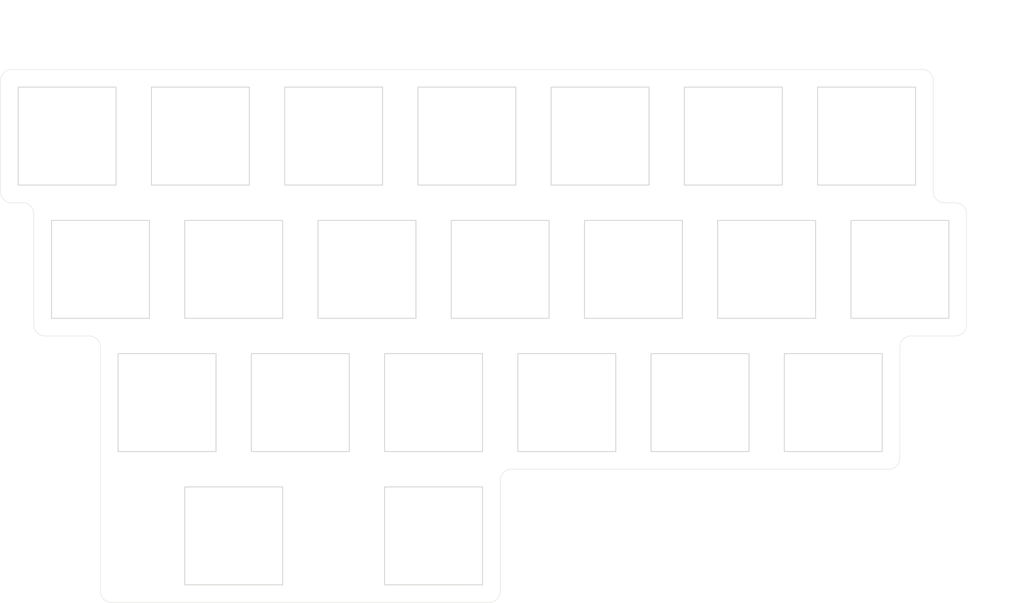
<source format=kicad_pcb>
(kicad_pcb (version 20171130) (host pcbnew "(5.1.10-1-10_14)")

  (general
    (thickness 1.6)
    (drawings 30)
    (tracks 0)
    (zones 0)
    (modules 23)
    (nets 1)
  )

  (page A4)
  (layers
    (0 F.Cu signal)
    (31 B.Cu signal)
    (32 B.Adhes user)
    (33 F.Adhes user)
    (34 B.Paste user)
    (35 F.Paste user)
    (36 B.SilkS user)
    (37 F.SilkS user)
    (38 B.Mask user)
    (39 F.Mask user)
    (40 Dwgs.User user)
    (41 Cmts.User user)
    (42 Eco1.User user)
    (43 Eco2.User user)
    (44 Edge.Cuts user)
    (45 Margin user)
    (46 B.CrtYd user)
    (47 F.CrtYd user)
    (48 B.Fab user)
    (49 F.Fab user)
  )

  (setup
    (last_trace_width 0.25)
    (trace_clearance 0.2)
    (zone_clearance 0.508)
    (zone_45_only no)
    (trace_min 0.2)
    (via_size 0.8)
    (via_drill 0.4)
    (via_min_size 0.4)
    (via_min_drill 0.3)
    (uvia_size 0.3)
    (uvia_drill 0.1)
    (uvias_allowed no)
    (uvia_min_size 0.2)
    (uvia_min_drill 0.1)
    (edge_width 0.05)
    (segment_width 0.2)
    (pcb_text_width 0.3)
    (pcb_text_size 1.5 1.5)
    (mod_edge_width 0.12)
    (mod_text_size 1 1)
    (mod_text_width 0.15)
    (pad_size 1.524 1.524)
    (pad_drill 0.762)
    (pad_to_mask_clearance 0)
    (aux_axis_origin 0 0)
    (visible_elements FFFFFF7F)
    (pcbplotparams
      (layerselection 0x010f0_ffffffff)
      (usegerberextensions true)
      (usegerberattributes false)
      (usegerberadvancedattributes false)
      (creategerberjobfile false)
      (excludeedgelayer true)
      (linewidth 0.100000)
      (plotframeref false)
      (viasonmask false)
      (mode 1)
      (useauxorigin false)
      (hpglpennumber 1)
      (hpglpenspeed 20)
      (hpglpendiameter 15.000000)
      (psnegative false)
      (psa4output false)
      (plotreference true)
      (plotvalue true)
      (plotinvisibletext false)
      (padsonsilk false)
      (subtractmaskfromsilk true)
      (outputformat 1)
      (mirror false)
      (drillshape 0)
      (scaleselection 1)
      (outputdirectory "../../gerbers/WTL-Split-Plates-Right-Top/"))
  )

  (net 0 "")

  (net_class Default "This is the default net class."
    (clearance 0.2)
    (trace_width 0.25)
    (via_dia 0.8)
    (via_drill 0.4)
    (uvia_dia 0.3)
    (uvia_drill 0.1)
  )

  (module kbd:SW_Hole (layer F.Cu) (tedit 5F1B7F65) (tstamp 613D0800)
    (at 151.60625 138.1125)
    (fp_text reference SW2 (at 7 8.1) (layer F.SilkS) hide
      (effects (font (size 1 1) (thickness 0.15)))
    )
    (fp_text value KEY_SWITCH (at -7.4 -8.1) (layer F.Fab) hide
      (effects (font (size 1 1) (thickness 0.15)))
    )
    (fp_line (start 9.525 9.525) (end 9.525 -9.525) (layer F.Fab) (width 0.15))
    (fp_line (start -9.525 9.525) (end 9.525 9.525) (layer F.Fab) (width 0.15))
    (fp_line (start -9.525 -9.525) (end -9.525 9.525) (layer F.Fab) (width 0.15))
    (fp_line (start 9.525 -9.525) (end -9.525 -9.525) (layer F.Fab) (width 0.15))
    (fp_line (start -7 -7) (end -7 7) (layer Edge.Cuts) (width 0.12))
    (fp_line (start -7 7) (end 7 7) (layer Edge.Cuts) (width 0.12))
    (fp_line (start 7 7) (end 7 -7) (layer Edge.Cuts) (width 0.12))
    (fp_line (start 7 -7) (end -7 -7) (layer Edge.Cuts) (width 0.12))
  )

  (module kbd:SW_Hole (layer F.Cu) (tedit 5F1B7F65) (tstamp 613D06F8)
    (at 180.18125 138.1125)
    (fp_text reference SW2 (at 7 8.1) (layer F.SilkS) hide
      (effects (font (size 1 1) (thickness 0.15)))
    )
    (fp_text value KEY_SWITCH (at -7.4 -8.1) (layer F.Fab) hide
      (effects (font (size 1 1) (thickness 0.15)))
    )
    (fp_line (start 9.525 9.525) (end 9.525 -9.525) (layer F.Fab) (width 0.15))
    (fp_line (start -9.525 9.525) (end 9.525 9.525) (layer F.Fab) (width 0.15))
    (fp_line (start -9.525 -9.525) (end -9.525 9.525) (layer F.Fab) (width 0.15))
    (fp_line (start 9.525 -9.525) (end -9.525 -9.525) (layer F.Fab) (width 0.15))
    (fp_line (start -7 -7) (end -7 7) (layer Edge.Cuts) (width 0.12))
    (fp_line (start -7 7) (end 7 7) (layer Edge.Cuts) (width 0.12))
    (fp_line (start 7 7) (end 7 -7) (layer Edge.Cuts) (width 0.12))
    (fp_line (start 7 -7) (end -7 -7) (layer Edge.Cuts) (width 0.12))
  )

  (module Keebio-Parts:MX_Stabilizer_Cutout-2u (layer F.Cu) (tedit 59618178) (tstamp 613D0619)
    (at 151.60625 138.1125)
    (fp_text reference REF** (at 0.25 10.05) (layer Eco2.User) hide
      (effects (font (size 1 1) (thickness 0.15)))
    )
    (fp_text value MX_Stabilizer_Cutout-2u (at 0 -15.24) (layer F.Fab) hide
      (effects (font (size 1 1) (thickness 0.15)))
    )
    (fp_line (start -19 -9.5) (end 19 -9.5) (layer Dwgs.User) (width 0.15))
    (fp_line (start -19 9.5) (end -19 -9.5) (layer Dwgs.User) (width 0.15))
    (fp_line (start 19 9.5) (end -19 9.5) (layer Dwgs.User) (width 0.15))
    (fp_line (start 19 -9.5) (end 19 9.5) (layer Dwgs.User) (width 0.15))
    (pad "" np_thru_hole oval (at -11.938 7.7724) (size 3.048 0.3048) (drill oval 3.048 0.3048) (layers *.Cu *.Mask))
    (pad "" np_thru_hole oval (at -10.5664 7.112) (size 0.3048 1.4732) (drill oval 0.3048 1.4732) (layers *.Cu *.Mask))
    (pad "" np_thru_hole oval (at -13.3096 7.112) (size 0.3048 1.4732) (drill oval 0.3048 1.4732) (layers *.Cu *.Mask))
    (pad "" np_thru_hole oval (at -15.5448 0.3556) (size 1.1684 0.3048) (drill oval 1.1684 0.3048) (layers *.Cu *.Mask))
    (pad "" np_thru_hole oval (at -11.938 6.4516) (size 6.6548 0.3048) (drill oval 6.6548 0.3048) (layers *.Cu *.Mask))
    (pad "" np_thru_hole oval (at -8.763 0.4572) (size 0.3048 12.2936) (drill oval 0.3048 12.2936) (layers *.Cu *.Mask))
    (pad "" np_thru_hole oval (at -15.113 0.4572) (size 0.3048 12.2936) (drill oval 0.3048 12.2936) (layers *.Cu *.Mask))
    (pad "" np_thru_hole oval (at -15.9766 -0.889) (size 0.3048 2.794) (drill oval 0.3048 2.794) (layers *.Cu *.Mask))
    (pad "" np_thru_hole oval (at -15.5448 -2.1336) (size 1.1684 0.3048) (drill oval 1.1684 0.3048) (layers *.Cu *.Mask))
    (pad "" np_thru_hole oval (at -11.938 -5.5372) (size 6.6548 0.3048) (drill oval 6.6548 0.3048) (layers *.Cu *.Mask))
    (pad "" np_thru_hole oval (at 15.5448 0.3556) (size 1.1684 0.3048) (drill oval 1.1684 0.3048) (layers *.Cu *.Mask))
    (pad "" np_thru_hole oval (at 13.3096 7.112) (size 0.3048 1.4732) (drill oval 0.3048 1.4732) (layers *.Cu *.Mask))
    (pad "" np_thru_hole oval (at 15.5448 -2.1336) (size 1.1684 0.3048) (drill oval 1.1684 0.3048) (layers *.Cu *.Mask))
    (pad "" np_thru_hole oval (at 10.5664 7.112) (size 0.3048 1.4732) (drill oval 0.3048 1.4732) (layers *.Cu *.Mask))
    (pad "" np_thru_hole oval (at 15.9766 -0.889) (size 0.3048 2.794) (drill oval 0.3048 2.794) (layers *.Cu *.Mask))
    (pad "" np_thru_hole oval (at 15.113 0.4572) (size 0.3048 12.2936) (drill oval 0.3048 12.2936) (layers *.Cu *.Mask))
    (pad "" np_thru_hole oval (at 11.938 6.4516) (size 6.6548 0.3048) (drill oval 6.6548 0.3048) (layers *.Cu *.Mask))
    (pad "" np_thru_hole oval (at 8.763 0.4572) (size 0.3048 12.2936) (drill oval 0.3048 12.2936) (layers *.Cu *.Mask))
    (pad "" np_thru_hole oval (at 11.938 -5.5372) (size 6.6548 0.3048) (drill oval 6.6548 0.3048) (layers *.Cu *.Mask))
    (pad "" np_thru_hole oval (at 11.938 7.7724) (size 3.048 0.3048) (drill oval 3.048 0.3048) (layers *.Cu *.Mask))
  )

  (module kbd:SW_Hole (layer F.Cu) (tedit 5F1B7F65) (tstamp 613CFE5F)
    (at 218.28125 119.0625)
    (fp_text reference SW2 (at 7 8.1) (layer F.SilkS) hide
      (effects (font (size 1 1) (thickness 0.15)))
    )
    (fp_text value KEY_SWITCH (at -7.4 -8.1) (layer F.Fab) hide
      (effects (font (size 1 1) (thickness 0.15)))
    )
    (fp_line (start 9.525 9.525) (end 9.525 -9.525) (layer F.Fab) (width 0.15))
    (fp_line (start -9.525 9.525) (end 9.525 9.525) (layer F.Fab) (width 0.15))
    (fp_line (start -9.525 -9.525) (end -9.525 9.525) (layer F.Fab) (width 0.15))
    (fp_line (start 9.525 -9.525) (end -9.525 -9.525) (layer F.Fab) (width 0.15))
    (fp_line (start -7 -7) (end -7 7) (layer Edge.Cuts) (width 0.12))
    (fp_line (start -7 7) (end 7 7) (layer Edge.Cuts) (width 0.12))
    (fp_line (start 7 7) (end 7 -7) (layer Edge.Cuts) (width 0.12))
    (fp_line (start 7 -7) (end -7 -7) (layer Edge.Cuts) (width 0.12))
  )

  (module kbd:SW_Hole (layer F.Cu) (tedit 5F1B7F65) (tstamp 613CFE54)
    (at 199.23125 119.0625)
    (fp_text reference SW2 (at 7 8.1) (layer F.SilkS) hide
      (effects (font (size 1 1) (thickness 0.15)))
    )
    (fp_text value KEY_SWITCH (at -7.4 -8.1) (layer F.Fab) hide
      (effects (font (size 1 1) (thickness 0.15)))
    )
    (fp_line (start 9.525 9.525) (end 9.525 -9.525) (layer F.Fab) (width 0.15))
    (fp_line (start -9.525 9.525) (end 9.525 9.525) (layer F.Fab) (width 0.15))
    (fp_line (start -9.525 -9.525) (end -9.525 9.525) (layer F.Fab) (width 0.15))
    (fp_line (start 9.525 -9.525) (end -9.525 -9.525) (layer F.Fab) (width 0.15))
    (fp_line (start -7 -7) (end -7 7) (layer Edge.Cuts) (width 0.12))
    (fp_line (start -7 7) (end 7 7) (layer Edge.Cuts) (width 0.12))
    (fp_line (start 7 7) (end 7 -7) (layer Edge.Cuts) (width 0.12))
    (fp_line (start 7 -7) (end -7 -7) (layer Edge.Cuts) (width 0.12))
  )

  (module kbd:SW_Hole (layer F.Cu) (tedit 5F1B7F65) (tstamp 613CFE3E)
    (at 237.33125 119.0625)
    (fp_text reference SW2 (at 7 8.1) (layer F.SilkS) hide
      (effects (font (size 1 1) (thickness 0.15)))
    )
    (fp_text value KEY_SWITCH (at -7.4 -8.1) (layer F.Fab) hide
      (effects (font (size 1 1) (thickness 0.15)))
    )
    (fp_line (start 9.525 9.525) (end 9.525 -9.525) (layer F.Fab) (width 0.15))
    (fp_line (start -9.525 9.525) (end 9.525 9.525) (layer F.Fab) (width 0.15))
    (fp_line (start -9.525 -9.525) (end -9.525 9.525) (layer F.Fab) (width 0.15))
    (fp_line (start 9.525 -9.525) (end -9.525 -9.525) (layer F.Fab) (width 0.15))
    (fp_line (start -7 -7) (end -7 7) (layer Edge.Cuts) (width 0.12))
    (fp_line (start -7 7) (end 7 7) (layer Edge.Cuts) (width 0.12))
    (fp_line (start 7 7) (end 7 -7) (layer Edge.Cuts) (width 0.12))
    (fp_line (start 7 -7) (end -7 -7) (layer Edge.Cuts) (width 0.12))
  )

  (module kbd:SW_Hole (layer F.Cu) (tedit 5F1B7F65) (tstamp 613CFE33)
    (at 180.18125 119.0625)
    (fp_text reference SW2 (at 7 8.1) (layer F.SilkS) hide
      (effects (font (size 1 1) (thickness 0.15)))
    )
    (fp_text value KEY_SWITCH (at -7.4 -8.1) (layer F.Fab) hide
      (effects (font (size 1 1) (thickness 0.15)))
    )
    (fp_line (start 9.525 9.525) (end 9.525 -9.525) (layer F.Fab) (width 0.15))
    (fp_line (start -9.525 9.525) (end 9.525 9.525) (layer F.Fab) (width 0.15))
    (fp_line (start -9.525 -9.525) (end -9.525 9.525) (layer F.Fab) (width 0.15))
    (fp_line (start 9.525 -9.525) (end -9.525 -9.525) (layer F.Fab) (width 0.15))
    (fp_line (start -7 -7) (end -7 7) (layer Edge.Cuts) (width 0.12))
    (fp_line (start -7 7) (end 7 7) (layer Edge.Cuts) (width 0.12))
    (fp_line (start 7 7) (end 7 -7) (layer Edge.Cuts) (width 0.12))
    (fp_line (start 7 -7) (end -7 -7) (layer Edge.Cuts) (width 0.12))
  )

  (module kbd:SW_Hole (layer F.Cu) (tedit 5F1B7F65) (tstamp 613CFE28)
    (at 142.08125 119.0625)
    (fp_text reference SW2 (at 7 8.1) (layer F.SilkS) hide
      (effects (font (size 1 1) (thickness 0.15)))
    )
    (fp_text value KEY_SWITCH (at -7.4 -8.1) (layer F.Fab) hide
      (effects (font (size 1 1) (thickness 0.15)))
    )
    (fp_line (start 9.525 9.525) (end 9.525 -9.525) (layer F.Fab) (width 0.15))
    (fp_line (start -9.525 9.525) (end 9.525 9.525) (layer F.Fab) (width 0.15))
    (fp_line (start -9.525 -9.525) (end -9.525 9.525) (layer F.Fab) (width 0.15))
    (fp_line (start 9.525 -9.525) (end -9.525 -9.525) (layer F.Fab) (width 0.15))
    (fp_line (start -7 -7) (end -7 7) (layer Edge.Cuts) (width 0.12))
    (fp_line (start -7 7) (end 7 7) (layer Edge.Cuts) (width 0.12))
    (fp_line (start 7 7) (end 7 -7) (layer Edge.Cuts) (width 0.12))
    (fp_line (start 7 -7) (end -7 -7) (layer Edge.Cuts) (width 0.12))
  )

  (module kbd:SW_Hole (layer F.Cu) (tedit 5F1B7F65) (tstamp 613CFE1D)
    (at 161.13125 119.0625)
    (fp_text reference SW2 (at 7 8.1) (layer F.SilkS) hide
      (effects (font (size 1 1) (thickness 0.15)))
    )
    (fp_text value KEY_SWITCH (at -7.4 -8.1) (layer F.Fab) hide
      (effects (font (size 1 1) (thickness 0.15)))
    )
    (fp_line (start 9.525 9.525) (end 9.525 -9.525) (layer F.Fab) (width 0.15))
    (fp_line (start -9.525 9.525) (end 9.525 9.525) (layer F.Fab) (width 0.15))
    (fp_line (start -9.525 -9.525) (end -9.525 9.525) (layer F.Fab) (width 0.15))
    (fp_line (start 9.525 -9.525) (end -9.525 -9.525) (layer F.Fab) (width 0.15))
    (fp_line (start -7 -7) (end -7 7) (layer Edge.Cuts) (width 0.12))
    (fp_line (start -7 7) (end 7 7) (layer Edge.Cuts) (width 0.12))
    (fp_line (start 7 7) (end 7 -7) (layer Edge.Cuts) (width 0.12))
    (fp_line (start 7 -7) (end -7 -7) (layer Edge.Cuts) (width 0.12))
  )

  (module kbd:SW_Hole (layer F.Cu) (tedit 5F1B7F65) (tstamp 613CFE5F)
    (at 208.75625 100.0125)
    (fp_text reference SW2 (at 7 8.1) (layer F.SilkS) hide
      (effects (font (size 1 1) (thickness 0.15)))
    )
    (fp_text value KEY_SWITCH (at -7.4 -8.1) (layer F.Fab) hide
      (effects (font (size 1 1) (thickness 0.15)))
    )
    (fp_line (start 9.525 9.525) (end 9.525 -9.525) (layer F.Fab) (width 0.15))
    (fp_line (start -9.525 9.525) (end 9.525 9.525) (layer F.Fab) (width 0.15))
    (fp_line (start -9.525 -9.525) (end -9.525 9.525) (layer F.Fab) (width 0.15))
    (fp_line (start 9.525 -9.525) (end -9.525 -9.525) (layer F.Fab) (width 0.15))
    (fp_line (start -7 -7) (end -7 7) (layer Edge.Cuts) (width 0.12))
    (fp_line (start -7 7) (end 7 7) (layer Edge.Cuts) (width 0.12))
    (fp_line (start 7 7) (end 7 -7) (layer Edge.Cuts) (width 0.12))
    (fp_line (start 7 -7) (end -7 -7) (layer Edge.Cuts) (width 0.12))
  )

  (module kbd:SW_Hole (layer F.Cu) (tedit 5F1B7F65) (tstamp 613CFE54)
    (at 189.70625 100.0125)
    (fp_text reference SW2 (at 7 8.1) (layer F.SilkS) hide
      (effects (font (size 1 1) (thickness 0.15)))
    )
    (fp_text value KEY_SWITCH (at -7.4 -8.1) (layer F.Fab) hide
      (effects (font (size 1 1) (thickness 0.15)))
    )
    (fp_line (start 9.525 9.525) (end 9.525 -9.525) (layer F.Fab) (width 0.15))
    (fp_line (start -9.525 9.525) (end 9.525 9.525) (layer F.Fab) (width 0.15))
    (fp_line (start -9.525 -9.525) (end -9.525 9.525) (layer F.Fab) (width 0.15))
    (fp_line (start 9.525 -9.525) (end -9.525 -9.525) (layer F.Fab) (width 0.15))
    (fp_line (start -7 -7) (end -7 7) (layer Edge.Cuts) (width 0.12))
    (fp_line (start -7 7) (end 7 7) (layer Edge.Cuts) (width 0.12))
    (fp_line (start 7 7) (end 7 -7) (layer Edge.Cuts) (width 0.12))
    (fp_line (start 7 -7) (end -7 -7) (layer Edge.Cuts) (width 0.12))
  )

  (module kbd:SW_Hole (layer F.Cu) (tedit 5F1B7F65) (tstamp 613CFE49)
    (at 246.85625 100.0125)
    (fp_text reference SW2 (at 7 8.1) (layer F.SilkS) hide
      (effects (font (size 1 1) (thickness 0.15)))
    )
    (fp_text value KEY_SWITCH (at -7.4 -8.1) (layer F.Fab) hide
      (effects (font (size 1 1) (thickness 0.15)))
    )
    (fp_line (start 9.525 9.525) (end 9.525 -9.525) (layer F.Fab) (width 0.15))
    (fp_line (start -9.525 9.525) (end 9.525 9.525) (layer F.Fab) (width 0.15))
    (fp_line (start -9.525 -9.525) (end -9.525 9.525) (layer F.Fab) (width 0.15))
    (fp_line (start 9.525 -9.525) (end -9.525 -9.525) (layer F.Fab) (width 0.15))
    (fp_line (start -7 -7) (end -7 7) (layer Edge.Cuts) (width 0.12))
    (fp_line (start -7 7) (end 7 7) (layer Edge.Cuts) (width 0.12))
    (fp_line (start 7 7) (end 7 -7) (layer Edge.Cuts) (width 0.12))
    (fp_line (start 7 -7) (end -7 -7) (layer Edge.Cuts) (width 0.12))
  )

  (module kbd:SW_Hole (layer F.Cu) (tedit 5F1B7F65) (tstamp 613CFE3E)
    (at 227.80625 100.0125)
    (fp_text reference SW2 (at 7 8.1) (layer F.SilkS) hide
      (effects (font (size 1 1) (thickness 0.15)))
    )
    (fp_text value KEY_SWITCH (at -7.4 -8.1) (layer F.Fab) hide
      (effects (font (size 1 1) (thickness 0.15)))
    )
    (fp_line (start 9.525 9.525) (end 9.525 -9.525) (layer F.Fab) (width 0.15))
    (fp_line (start -9.525 9.525) (end 9.525 9.525) (layer F.Fab) (width 0.15))
    (fp_line (start -9.525 -9.525) (end -9.525 9.525) (layer F.Fab) (width 0.15))
    (fp_line (start 9.525 -9.525) (end -9.525 -9.525) (layer F.Fab) (width 0.15))
    (fp_line (start -7 -7) (end -7 7) (layer Edge.Cuts) (width 0.12))
    (fp_line (start -7 7) (end 7 7) (layer Edge.Cuts) (width 0.12))
    (fp_line (start 7 7) (end 7 -7) (layer Edge.Cuts) (width 0.12))
    (fp_line (start 7 -7) (end -7 -7) (layer Edge.Cuts) (width 0.12))
  )

  (module kbd:SW_Hole (layer F.Cu) (tedit 5F1B7F65) (tstamp 613CFE33)
    (at 170.65625 100.0125)
    (fp_text reference SW2 (at 7 8.1) (layer F.SilkS) hide
      (effects (font (size 1 1) (thickness 0.15)))
    )
    (fp_text value KEY_SWITCH (at -7.4 -8.1) (layer F.Fab) hide
      (effects (font (size 1 1) (thickness 0.15)))
    )
    (fp_line (start 9.525 9.525) (end 9.525 -9.525) (layer F.Fab) (width 0.15))
    (fp_line (start -9.525 9.525) (end 9.525 9.525) (layer F.Fab) (width 0.15))
    (fp_line (start -9.525 -9.525) (end -9.525 9.525) (layer F.Fab) (width 0.15))
    (fp_line (start 9.525 -9.525) (end -9.525 -9.525) (layer F.Fab) (width 0.15))
    (fp_line (start -7 -7) (end -7 7) (layer Edge.Cuts) (width 0.12))
    (fp_line (start -7 7) (end 7 7) (layer Edge.Cuts) (width 0.12))
    (fp_line (start 7 7) (end 7 -7) (layer Edge.Cuts) (width 0.12))
    (fp_line (start 7 -7) (end -7 -7) (layer Edge.Cuts) (width 0.12))
  )

  (module kbd:SW_Hole (layer F.Cu) (tedit 5F1B7F65) (tstamp 613CFE28)
    (at 132.55625 100.0125)
    (fp_text reference SW2 (at 7 8.1) (layer F.SilkS) hide
      (effects (font (size 1 1) (thickness 0.15)))
    )
    (fp_text value KEY_SWITCH (at -7.4 -8.1) (layer F.Fab) hide
      (effects (font (size 1 1) (thickness 0.15)))
    )
    (fp_line (start 9.525 9.525) (end 9.525 -9.525) (layer F.Fab) (width 0.15))
    (fp_line (start -9.525 9.525) (end 9.525 9.525) (layer F.Fab) (width 0.15))
    (fp_line (start -9.525 -9.525) (end -9.525 9.525) (layer F.Fab) (width 0.15))
    (fp_line (start 9.525 -9.525) (end -9.525 -9.525) (layer F.Fab) (width 0.15))
    (fp_line (start -7 -7) (end -7 7) (layer Edge.Cuts) (width 0.12))
    (fp_line (start -7 7) (end 7 7) (layer Edge.Cuts) (width 0.12))
    (fp_line (start 7 7) (end 7 -7) (layer Edge.Cuts) (width 0.12))
    (fp_line (start 7 -7) (end -7 -7) (layer Edge.Cuts) (width 0.12))
  )

  (module kbd:SW_Hole (layer F.Cu) (tedit 5F1B7F65) (tstamp 613CFE1D)
    (at 151.60625 100.0125)
    (fp_text reference SW2 (at 7 8.1) (layer F.SilkS) hide
      (effects (font (size 1 1) (thickness 0.15)))
    )
    (fp_text value KEY_SWITCH (at -7.4 -8.1) (layer F.Fab) hide
      (effects (font (size 1 1) (thickness 0.15)))
    )
    (fp_line (start 9.525 9.525) (end 9.525 -9.525) (layer F.Fab) (width 0.15))
    (fp_line (start -9.525 9.525) (end 9.525 9.525) (layer F.Fab) (width 0.15))
    (fp_line (start -9.525 -9.525) (end -9.525 9.525) (layer F.Fab) (width 0.15))
    (fp_line (start 9.525 -9.525) (end -9.525 -9.525) (layer F.Fab) (width 0.15))
    (fp_line (start -7 -7) (end -7 7) (layer Edge.Cuts) (width 0.12))
    (fp_line (start -7 7) (end 7 7) (layer Edge.Cuts) (width 0.12))
    (fp_line (start 7 7) (end 7 -7) (layer Edge.Cuts) (width 0.12))
    (fp_line (start 7 -7) (end -7 -7) (layer Edge.Cuts) (width 0.12))
  )

  (module kbd:SW_Hole (layer F.Cu) (tedit 5F1B7F65) (tstamp 613CFDD2)
    (at 242.09375 80.9625)
    (fp_text reference SW2 (at 7 8.1) (layer F.SilkS) hide
      (effects (font (size 1 1) (thickness 0.15)))
    )
    (fp_text value KEY_SWITCH (at -7.4 -8.1) (layer F.Fab) hide
      (effects (font (size 1 1) (thickness 0.15)))
    )
    (fp_line (start 9.525 9.525) (end 9.525 -9.525) (layer F.Fab) (width 0.15))
    (fp_line (start -9.525 9.525) (end 9.525 9.525) (layer F.Fab) (width 0.15))
    (fp_line (start -9.525 -9.525) (end -9.525 9.525) (layer F.Fab) (width 0.15))
    (fp_line (start 9.525 -9.525) (end -9.525 -9.525) (layer F.Fab) (width 0.15))
    (fp_line (start -7 -7) (end -7 7) (layer Edge.Cuts) (width 0.12))
    (fp_line (start -7 7) (end 7 7) (layer Edge.Cuts) (width 0.12))
    (fp_line (start 7 7) (end 7 -7) (layer Edge.Cuts) (width 0.12))
    (fp_line (start 7 -7) (end -7 -7) (layer Edge.Cuts) (width 0.12))
  )

  (module kbd:SW_Hole (layer F.Cu) (tedit 5F1B7F65) (tstamp 613CFDC7)
    (at 223.04375 80.9625)
    (fp_text reference SW2 (at 7 8.1) (layer F.SilkS) hide
      (effects (font (size 1 1) (thickness 0.15)))
    )
    (fp_text value KEY_SWITCH (at -7.4 -8.1) (layer F.Fab) hide
      (effects (font (size 1 1) (thickness 0.15)))
    )
    (fp_line (start 9.525 9.525) (end 9.525 -9.525) (layer F.Fab) (width 0.15))
    (fp_line (start -9.525 9.525) (end 9.525 9.525) (layer F.Fab) (width 0.15))
    (fp_line (start -9.525 -9.525) (end -9.525 9.525) (layer F.Fab) (width 0.15))
    (fp_line (start 9.525 -9.525) (end -9.525 -9.525) (layer F.Fab) (width 0.15))
    (fp_line (start -7 -7) (end -7 7) (layer Edge.Cuts) (width 0.12))
    (fp_line (start -7 7) (end 7 7) (layer Edge.Cuts) (width 0.12))
    (fp_line (start 7 7) (end 7 -7) (layer Edge.Cuts) (width 0.12))
    (fp_line (start 7 -7) (end -7 -7) (layer Edge.Cuts) (width 0.12))
  )

  (module kbd:SW_Hole (layer F.Cu) (tedit 5F1B7F65) (tstamp 613CFDD2)
    (at 203.99375 80.9625)
    (fp_text reference SW2 (at 7 8.1) (layer F.SilkS) hide
      (effects (font (size 1 1) (thickness 0.15)))
    )
    (fp_text value KEY_SWITCH (at -7.4 -8.1) (layer F.Fab) hide
      (effects (font (size 1 1) (thickness 0.15)))
    )
    (fp_line (start 9.525 9.525) (end 9.525 -9.525) (layer F.Fab) (width 0.15))
    (fp_line (start -9.525 9.525) (end 9.525 9.525) (layer F.Fab) (width 0.15))
    (fp_line (start -9.525 -9.525) (end -9.525 9.525) (layer F.Fab) (width 0.15))
    (fp_line (start 9.525 -9.525) (end -9.525 -9.525) (layer F.Fab) (width 0.15))
    (fp_line (start -7 -7) (end -7 7) (layer Edge.Cuts) (width 0.12))
    (fp_line (start -7 7) (end 7 7) (layer Edge.Cuts) (width 0.12))
    (fp_line (start 7 7) (end 7 -7) (layer Edge.Cuts) (width 0.12))
    (fp_line (start 7 -7) (end -7 -7) (layer Edge.Cuts) (width 0.12))
  )

  (module kbd:SW_Hole (layer F.Cu) (tedit 5F1B7F65) (tstamp 613CFDC7)
    (at 184.94375 80.9625)
    (fp_text reference SW2 (at 7 8.1) (layer F.SilkS) hide
      (effects (font (size 1 1) (thickness 0.15)))
    )
    (fp_text value KEY_SWITCH (at -7.4 -8.1) (layer F.Fab) hide
      (effects (font (size 1 1) (thickness 0.15)))
    )
    (fp_line (start 9.525 9.525) (end 9.525 -9.525) (layer F.Fab) (width 0.15))
    (fp_line (start -9.525 9.525) (end 9.525 9.525) (layer F.Fab) (width 0.15))
    (fp_line (start -9.525 -9.525) (end -9.525 9.525) (layer F.Fab) (width 0.15))
    (fp_line (start 9.525 -9.525) (end -9.525 -9.525) (layer F.Fab) (width 0.15))
    (fp_line (start -7 -7) (end -7 7) (layer Edge.Cuts) (width 0.12))
    (fp_line (start -7 7) (end 7 7) (layer Edge.Cuts) (width 0.12))
    (fp_line (start 7 7) (end 7 -7) (layer Edge.Cuts) (width 0.12))
    (fp_line (start 7 -7) (end -7 -7) (layer Edge.Cuts) (width 0.12))
  )

  (module kbd:SW_Hole (layer F.Cu) (tedit 5F1B7F65) (tstamp 613CFDA2)
    (at 165.89375 80.9625)
    (fp_text reference SW2 (at 7 8.1) (layer F.SilkS) hide
      (effects (font (size 1 1) (thickness 0.15)))
    )
    (fp_text value KEY_SWITCH (at -7.4 -8.1) (layer F.Fab) hide
      (effects (font (size 1 1) (thickness 0.15)))
    )
    (fp_line (start 9.525 9.525) (end 9.525 -9.525) (layer F.Fab) (width 0.15))
    (fp_line (start -9.525 9.525) (end 9.525 9.525) (layer F.Fab) (width 0.15))
    (fp_line (start -9.525 -9.525) (end -9.525 9.525) (layer F.Fab) (width 0.15))
    (fp_line (start 9.525 -9.525) (end -9.525 -9.525) (layer F.Fab) (width 0.15))
    (fp_line (start -7 -7) (end -7 7) (layer Edge.Cuts) (width 0.12))
    (fp_line (start -7 7) (end 7 7) (layer Edge.Cuts) (width 0.12))
    (fp_line (start 7 7) (end 7 -7) (layer Edge.Cuts) (width 0.12))
    (fp_line (start 7 -7) (end -7 -7) (layer Edge.Cuts) (width 0.12))
  )

  (module kbd:SW_Hole (layer F.Cu) (tedit 5F1B7F65) (tstamp 613CFDA2)
    (at 146.84375 80.9625)
    (fp_text reference SW2 (at 7 8.1) (layer F.SilkS) hide
      (effects (font (size 1 1) (thickness 0.15)))
    )
    (fp_text value KEY_SWITCH (at -7.4 -8.1) (layer F.Fab) hide
      (effects (font (size 1 1) (thickness 0.15)))
    )
    (fp_line (start 9.525 9.525) (end 9.525 -9.525) (layer F.Fab) (width 0.15))
    (fp_line (start -9.525 9.525) (end 9.525 9.525) (layer F.Fab) (width 0.15))
    (fp_line (start -9.525 -9.525) (end -9.525 9.525) (layer F.Fab) (width 0.15))
    (fp_line (start 9.525 -9.525) (end -9.525 -9.525) (layer F.Fab) (width 0.15))
    (fp_line (start -7 -7) (end -7 7) (layer Edge.Cuts) (width 0.12))
    (fp_line (start -7 7) (end 7 7) (layer Edge.Cuts) (width 0.12))
    (fp_line (start 7 7) (end 7 -7) (layer Edge.Cuts) (width 0.12))
    (fp_line (start 7 -7) (end -7 -7) (layer Edge.Cuts) (width 0.12))
  )

  (module kbd:SW_Hole (layer F.Cu) (tedit 5F1B7F65) (tstamp 613CFDA1)
    (at 127.79375 80.9625)
    (fp_text reference SW2 (at 7 8.1) (layer F.SilkS) hide
      (effects (font (size 1 1) (thickness 0.15)))
    )
    (fp_text value KEY_SWITCH (at -7.4 -8.1) (layer F.Fab) hide
      (effects (font (size 1 1) (thickness 0.15)))
    )
    (fp_line (start 9.525 9.525) (end 9.525 -9.525) (layer F.Fab) (width 0.15))
    (fp_line (start -9.525 9.525) (end 9.525 9.525) (layer F.Fab) (width 0.15))
    (fp_line (start -9.525 -9.525) (end -9.525 9.525) (layer F.Fab) (width 0.15))
    (fp_line (start 9.525 -9.525) (end -9.525 -9.525) (layer F.Fab) (width 0.15))
    (fp_line (start -7 -7) (end -7 7) (layer Edge.Cuts) (width 0.12))
    (fp_line (start -7 7) (end 7 7) (layer Edge.Cuts) (width 0.12))
    (fp_line (start 7 7) (end 7 -7) (layer Edge.Cuts) (width 0.12))
    (fp_line (start 7 -7) (end -7 -7) (layer Edge.Cuts) (width 0.12))
  )

  (dimension 76.2 (width 0.15) (layer Dwgs.User)
    (gr_text "76.200 mm" (at 263.2375 109.5375 90) (layer Dwgs.User)
      (effects (font (size 1 1) (thickness 0.15)))
    )
    (feature1 (pts (xy 189.70625 71.4375) (xy 262.523921 71.4375)))
    (feature2 (pts (xy 189.70625 147.6375) (xy 262.523921 147.6375)))
    (crossbar (pts (xy 261.9375 147.6375) (xy 261.9375 71.4375)))
    (arrow1a (pts (xy 261.9375 71.4375) (xy 262.523921 72.564004)))
    (arrow1b (pts (xy 261.9375 71.4375) (xy 261.351079 72.564004)))
    (arrow2a (pts (xy 261.9375 147.6375) (xy 262.523921 146.510996)))
    (arrow2b (pts (xy 261.9375 147.6375) (xy 261.351079 146.510996)))
  )
  (dimension 138.1125 (width 0.15) (layer Dwgs.User)
    (gr_text "138.113 mm" (at 187.325 62.2) (layer Dwgs.User)
      (effects (font (size 1 1) (thickness 0.15)))
    )
    (feature1 (pts (xy 256.38125 71.4375) (xy 256.38125 62.913579)))
    (feature2 (pts (xy 118.26875 71.4375) (xy 118.26875 62.913579)))
    (crossbar (pts (xy 118.26875 63.5) (xy 256.38125 63.5)))
    (arrow1a (pts (xy 256.38125 63.5) (xy 255.254746 64.086421)))
    (arrow1b (pts (xy 256.38125 63.5) (xy 255.254746 62.913579)))
    (arrow2a (pts (xy 118.26875 63.5) (xy 119.395254 64.086421)))
    (arrow2b (pts (xy 118.26875 63.5) (xy 119.395254 62.913579)))
  )
  (gr_line (start 118.26875 88.9) (end 118.26875 73.025) (layer Edge.Cuts) (width 0.05) (tstamp 613D072E))
  (gr_line (start 121.44375 90.4875) (end 119.85625 90.4875) (layer Edge.Cuts) (width 0.05) (tstamp 613D072D))
  (gr_line (start 123.03125 107.95) (end 123.03125 92.075) (layer Edge.Cuts) (width 0.05) (tstamp 613D072C))
  (gr_line (start 124.61875 109.5375) (end 130.96875 109.5375) (layer Edge.Cuts) (width 0.05) (tstamp 613D072B))
  (gr_line (start 132.55625 146.05) (end 132.55625 111.125) (layer Edge.Cuts) (width 0.05) (tstamp 613D072A))
  (gr_line (start 188.11875 147.6375) (end 134.14375 147.6375) (layer Edge.Cuts) (width 0.05) (tstamp 613D0729))
  (gr_line (start 189.70625 130.175) (end 189.70625 146.05) (layer Edge.Cuts) (width 0.05) (tstamp 613D0728))
  (gr_line (start 245.26875 128.5875) (end 191.29375 128.5875) (layer Edge.Cuts) (width 0.05) (tstamp 613D0727))
  (gr_line (start 246.85625 111.125) (end 246.85625 127) (layer Edge.Cuts) (width 0.05) (tstamp 613D0726))
  (gr_line (start 254.79375 109.5375) (end 248.44375 109.5375) (layer Edge.Cuts) (width 0.05) (tstamp 613D0725))
  (gr_line (start 256.38125 92.075) (end 256.38125 107.95) (layer Edge.Cuts) (width 0.05) (tstamp 613D0724))
  (gr_line (start 253.20625 90.4875) (end 254.79375 90.4875) (layer Edge.Cuts) (width 0.05) (tstamp 613D0723))
  (gr_line (start 251.61875 73.025) (end 251.61875 88.9) (layer Edge.Cuts) (width 0.05) (tstamp 613D0722))
  (gr_line (start 119.85625 71.4375) (end 250.03125 71.4375) (layer Edge.Cuts) (width 0.05) (tstamp 613D0721))
  (gr_arc (start 250.03125 73.025) (end 251.61875 73.025) (angle -90) (layer Edge.Cuts) (width 0.05))
  (gr_arc (start 253.20625 88.9) (end 251.61875 88.9) (angle -90) (layer Edge.Cuts) (width 0.05))
  (gr_arc (start 254.79375 92.075) (end 256.38125 92.075) (angle -90) (layer Edge.Cuts) (width 0.05))
  (gr_arc (start 254.79375 107.95) (end 254.79375 109.5375) (angle -90) (layer Edge.Cuts) (width 0.05))
  (gr_arc (start 248.44375 111.125) (end 248.44375 109.5375) (angle -90) (layer Edge.Cuts) (width 0.05))
  (gr_arc (start 245.26875 127) (end 245.26875 128.5875) (angle -90) (layer Edge.Cuts) (width 0.05))
  (gr_arc (start 191.29375 130.175) (end 191.29375 128.5875) (angle -90) (layer Edge.Cuts) (width 0.05))
  (gr_arc (start 188.11875 146.05) (end 188.11875 147.6375) (angle -90) (layer Edge.Cuts) (width 0.05))
  (gr_arc (start 134.14375 146.05) (end 132.55625 146.05) (angle -90) (layer Edge.Cuts) (width 0.05))
  (gr_arc (start 130.96875 111.125) (end 132.55625 111.125) (angle -90) (layer Edge.Cuts) (width 0.05))
  (gr_arc (start 124.61875 107.95) (end 123.03125 107.95) (angle -90) (layer Edge.Cuts) (width 0.05))
  (gr_arc (start 121.44375 92.075) (end 123.03125 92.075) (angle -90) (layer Edge.Cuts) (width 0.05))
  (gr_arc (start 119.85625 88.9) (end 118.26875 88.9) (angle -90) (layer Edge.Cuts) (width 0.05))
  (gr_arc (start 119.85625 73.025) (end 119.85625 71.4375) (angle -90) (layer Edge.Cuts) (width 0.05))

)

</source>
